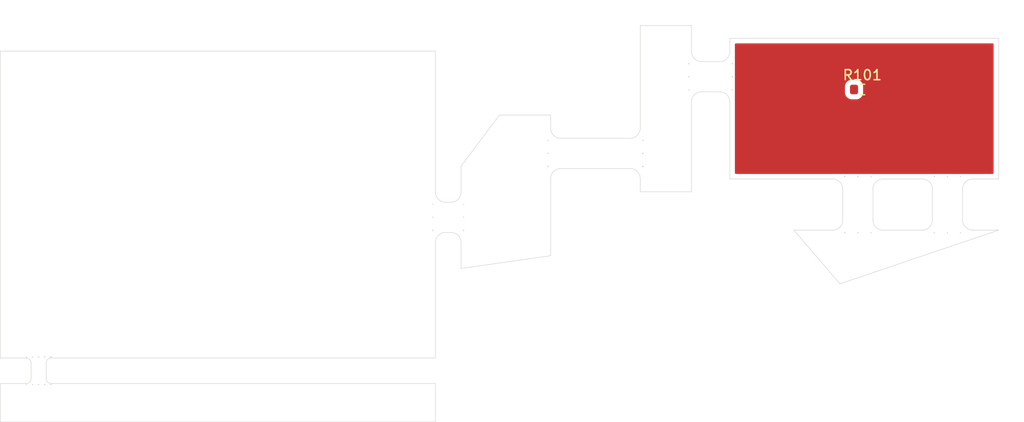
<source format=kicad_pcb>
(kicad_pcb (version 20221018) (generator pcbnew)
  (layers (0 "F.Cu" signal) (1 "In1.Cu" signal) (2 "In2.Cu" signal) (31 "B.Cu" signal) (34 "B.Paste" user) (35 "F.Paste" user) (36 "B.SilkS" user "B.Silkscreen") (37 "F.SilkS" user "F.Silkscreen") (38 "B.Mask" user) (39 "F.Mask" user) (44 "Edge.Cuts" user))
  (net 0 "")
  (net 2 "GND")
  (footprint "Resistor_SMD:R_0603_1608Metric" (layer "F.Cu") (at 165.291 74.168)
    (fp_text reference "R101" (at 0 -1.43) (layer "F.SilkS"))
    (fp_text value "R_US")
    (fp_line (start -0.237258 -0.5225) (end 0.237258 -0.5225) (stroke (width 0.12)) (layer "F.SilkS"))
    (fp_line (start -0.237258 0.5225) (end 0.237258 0.5225) (stroke (width 0.12)) (layer "F.SilkS"))
    (pad "1" smd roundrect (at -0.825 0) (size 0.8 0.95) (layers "F.Cu" "F.Paste" "F.Mask"))
    (pad "2" smd roundrect (at 0.825 0) (size 0.8 0.95) (layers "F.Cu" "F.Paste" "F.Mask") (net 2 "GND"))
  )
  (gr_line (start 123.936 85.368) (end 124.476 85.368) (stroke (width 0.05)) (layer "Edge.Cuts"))
  (gr_arc (start 123.936 85.368) (mid 123.228893 85.075107) (end 122.936 84.368) (stroke (width 0.05)) (layer "Edge.Cuts"))
  (gr_line (start 172.236 84.058) (end 172.236 87.138) (stroke (width 0.05)) (layer "Edge.Cuts"))
  (gr_line (start 158.496 88.138) (end 163.068 93.472) (stroke (width 0.05)) (layer "Edge.Cuts"))
  (gr_line (start 152.146 70.398) (end 152.146 69.088) (stroke (width 0.05)) (layer "Edge.Cuts"))
  (gr_line (start 148.336 84.328) (end 143.256 84.328) (stroke (width 0.05)) (layer "Edge.Cuts"))
  (gr_arc (start 162.346 83.058) (mid 163.053107 83.350893) (end 163.346 84.058) (stroke (width 0.05)) (layer "Edge.Cuts"))
  (gr_line (start 176.236 88.138) (end 178.816 88.138) (stroke (width 0.05)) (layer "Edge.Cuts"))
  (gr_line (start 134.366 78.018) (end 134.366 76.708) (stroke (width 0.05)) (layer "Edge.Cuts"))
  (gr_arc (start 134.366 83.018) (mid 134.658893 82.310893) (end 135.366 82.018) (stroke (width 0.05)) (layer "Edge.Cuts"))
  (gr_line (start 82.816 101.338) (end 82.816 102.878) (stroke (width 0.05)) (layer "Edge.Cuts"))
  (gr_arc (start 149.336 71.398) (mid 148.628893 71.105107) (end 148.336 70.398) (stroke (width 0.05)) (layer "Edge.Cuts"))
  (gr_arc (start 84.316 101.338) (mid 84.462447 100.984447) (end 84.816 100.838) (stroke (width 0.05)) (layer "Edge.Cuts"))
  (gr_line (start 135.366 79.018) (end 142.256 79.018) (stroke (width 0.05)) (layer "Edge.Cuts"))
  (gr_line (start 123.936 88.368) (end 124.476 88.368) (stroke (width 0.05)) (layer "Edge.Cuts"))
  (gr_arc (start 148.336 75.398) (mid 148.628893 74.690893) (end 149.336 74.398) (stroke (width 0.05)) (layer "Edge.Cuts"))
  (gr_line (start 79.756 100.838) (end 79.756 70.358) (stroke (width 0.05)) (layer "Edge.Cuts"))
  (gr_line (start 178.816 88.138) (end 163.068 93.472) (stroke (width 0.05)) (layer "Edge.Cuts"))
  (gr_line (start 125.476 84.368) (end 125.476 81.788) (stroke (width 0.05)) (layer "Edge.Cuts"))
  (gr_line (start 167.346 83.058) (end 171.236 83.058) (stroke (width 0.05)) (layer "Edge.Cuts"))
  (gr_line (start 122.936 107.188) (end 79.756 107.188) (stroke (width 0.05)) (layer "Edge.Cuts"))
  (gr_line (start 125.476 91.948) (end 134.366 90.678) (stroke (width 0.05)) (layer "Edge.Cuts"))
  (gr_arc (start 82.816 102.878) (mid 82.669553 103.231553) (end 82.316 103.378) (stroke (width 0.05)) (layer "Edge.Cuts"))
  (gr_line (start 178.816 69.088) (end 178.816 83.058) (stroke (width 0.05)) (layer "Edge.Cuts"))
  (gr_line (start 149.336 71.398) (end 151.146 71.398) (stroke (width 0.05)) (layer "Edge.Cuts"))
  (gr_arc (start 152.146 70.398) (mid 151.853107 71.105107) (end 151.146 71.398) (stroke (width 0.05)) (layer "Edge.Cuts"))
  (gr_arc (start 84.816 103.378) (mid 84.462447 103.231553) (end 84.316 102.878) (stroke (width 0.05)) (layer "Edge.Cuts"))
  (gr_line (start 122.936 84.368) (end 122.936 70.358) (stroke (width 0.05)) (layer "Edge.Cuts"))
  (gr_arc (start 172.236 87.138) (mid 171.943107 87.845107) (end 171.236 88.138) (stroke (width 0.05)) (layer "Edge.Cuts"))
  (gr_line (start 84.816 103.378) (end 122.936 103.378) (stroke (width 0.05)) (layer "Edge.Cuts"))
  (gr_line (start 152.146 69.088) (end 178.816 69.088) (stroke (width 0.05)) (layer "Edge.Cuts"))
  (gr_line (start 84.316 101.338) (end 84.316 102.878) (stroke (width 0.05)) (layer "Edge.Cuts"))
  (gr_line (start 135.366 82.018) (end 142.256 82.018) (stroke (width 0.05)) (layer "Edge.Cuts"))
  (gr_line (start 148.336 75.398) (end 148.336 84.328) (stroke (width 0.05)) (layer "Edge.Cuts"))
  (gr_line (start 175.236 84.058) (end 175.236 87.138) (stroke (width 0.05)) (layer "Edge.Cuts"))
  (gr_arc (start 175.236 84.058) (mid 175.528893 83.350893) (end 176.236 83.058) (stroke (width 0.05)) (layer "Edge.Cuts"))
  (gr_arc (start 167.346 88.138) (mid 166.638893 87.845107) (end 166.346 87.138) (stroke (width 0.05)) (layer "Edge.Cuts"))
  (gr_line (start 134.366 83.018) (end 134.366 90.678) (stroke (width 0.05)) (layer "Edge.Cuts"))
  (gr_line (start 176.236 83.058) (end 178.816 83.058) (stroke (width 0.05)) (layer "Edge.Cuts"))
  (gr_arc (start 122.936 89.368) (mid 123.228893 88.660893) (end 123.936 88.368) (stroke (width 0.05)) (layer "Edge.Cuts"))
  (gr_line (start 167.346 88.138) (end 171.236 88.138) (stroke (width 0.05)) (layer "Edge.Cuts"))
  (gr_line (start 122.936 89.368) (end 122.936 100.838) (stroke (width 0.05)) (layer "Edge.Cuts"))
  (gr_arc (start 135.366 79.018) (mid 134.658893 78.725107) (end 134.366 78.018) (stroke (width 0.05)) (layer "Edge.Cuts"))
  (gr_line (start 152.146 75.398) (end 152.146 83.058) (stroke (width 0.05)) (layer "Edge.Cuts"))
  (gr_line (start 122.936 103.378) (end 122.936 107.188) (stroke (width 0.05)) (layer "Edge.Cuts"))
  (gr_line (start 163.346 84.058) (end 163.346 87.138) (stroke (width 0.05)) (layer "Edge.Cuts"))
  (gr_arc (start 176.236 88.138) (mid 175.528893 87.845107) (end 175.236 87.138) (stroke (width 0.05)) (layer "Edge.Cuts"))
  (gr_line (start 125.476 89.368) (end 125.476 91.948) (stroke (width 0.05)) (layer "Edge.Cuts"))
  (gr_line (start 82.316 100.838) (end 79.756 100.838) (stroke (width 0.05)) (layer "Edge.Cuts"))
  (gr_line (start 149.336 74.398) (end 151.146 74.398) (stroke (width 0.05)) (layer "Edge.Cuts"))
  (gr_line (start 162.346 83.058) (end 152.146 83.058) (stroke (width 0.05)) (layer "Edge.Cuts"))
  (gr_line (start 134.366 76.708) (end 129.286 76.708) (stroke (width 0.05)) (layer "Edge.Cuts"))
  (gr_line (start 79.756 107.188) (end 79.756 103.378) (stroke (width 0.05)) (layer "Edge.Cuts"))
  (gr_line (start 143.256 83.018) (end 143.256 84.328) (stroke (width 0.05)) (layer "Edge.Cuts"))
  (gr_arc (start 82.316 100.838) (mid 82.669553 100.984447) (end 82.816 101.338) (stroke (width 0.05)) (layer "Edge.Cuts"))
  (gr_arc (start 124.476 88.368) (mid 125.183107 88.660893) (end 125.476 89.368) (stroke (width 0.05)) (layer "Edge.Cuts"))
  (gr_arc (start 166.346 84.058) (mid 166.638893 83.350893) (end 167.346 83.058) (stroke (width 0.05)) (layer "Edge.Cuts"))
  (gr_line (start 148.336 70.398) (end 148.336 67.818) (stroke (width 0.05)) (layer "Edge.Cuts"))
  (gr_arc (start 143.256 78.018) (mid 142.963107 78.725107) (end 142.256 79.018) (stroke (width 0.05)) (layer "Edge.Cuts"))
  (gr_arc (start 171.236 83.058) (mid 171.943107 83.350893) (end 172.236 84.058) (stroke (width 0.05)) (layer "Edge.Cuts"))
  (gr_line (start 143.256 67.818) (end 148.336 67.818) (stroke (width 0.05)) (layer "Edge.Cuts"))
  (gr_line (start 129.286 76.708) (end 125.476 81.788) (stroke (width 0.05)) (layer "Edge.Cuts"))
  (gr_arc (start 142.256 82.018) (mid 142.963107 82.310893) (end 143.256 83.018) (stroke (width 0.05)) (layer "Edge.Cuts"))
  (gr_arc (start 151.146 74.398) (mid 151.853107 74.690893) (end 152.146 75.398) (stroke (width 0.05)) (layer "Edge.Cuts"))
  (gr_line (start 162.346 88.138) (end 158.496 88.138) (stroke (width 0.05)) (layer "Edge.Cuts"))
  (gr_line (start 143.256 78.018) (end 143.256 67.818) (stroke (width 0.05)) (layer "Edge.Cuts"))
  (gr_line (start 79.756 70.358) (end 122.936 70.358) (stroke (width 0.05)) (layer "Edge.Cuts"))
  (gr_arc (start 163.346 87.138) (mid 163.053107 87.845107) (end 162.346 88.138) (stroke (width 0.05)) (layer "Edge.Cuts"))
  (gr_line (start 84.816 100.838) (end 122.936 100.838) (stroke (width 0.05)) (layer "Edge.Cuts"))
  (gr_arc (start 125.476 84.368) (mid 125.183107 85.075107) (end 124.476 85.368) (stroke (width 0.05)) (layer "Edge.Cuts"))
  (gr_line (start 166.346 84.058) (end 166.346 87.138) (stroke (width 0.05)) (layer "Edge.Cuts"))
  (gr_line (start 82.316 103.378) (end 79.756 103.378) (stroke (width 0.05)) (layer "Edge.Cuts"))
  (via (at 173.736 82.808) (size 0.1) (drill 0.8) (layers "F.Cu" "B.Cu") (net 0))
  (via (at 163.546 88.388) (size 0.1) (drill 0.8) (layers "F.Cu" "B.Cu") (net 0))
  (via (at 172.435999 88.388) (size 0.1) (drill 0.8) (layers "F.Cu" "B.Cu") (net 0))
  (via (at 163.546 82.808) (size 0.1) (drill 0.8) (layers "F.Cu" "B.Cu") (net 0))
  (via (at 173.736 88.388) (size 0.1) (drill 0.8) (layers "F.Cu" "B.Cu") (net 0))
  (via (at 125.726 85.568) (size 0.1) (drill 0.8) (layers "F.Cu" "B.Cu") (net 0))
  (via (at 143.506 80.518) (size 0.1) (drill 0.8) (layers "F.Cu" "B.Cu") (net 0))
  (via (at 83.566 103.478) (size 0.1) (drill 0.4) (layers "F.Cu" "B.Cu") (net 0))
  (via (at 82.966 100.738) (size 0.1) (drill 0.4) (layers "F.Cu" "B.Cu") (net 0))
  (via (at 122.686 86.868) (size 0.1) (drill 0.8) (layers "F.Cu" "B.Cu") (net 0))
  (via (at 166.146 82.808) (size 0.1) (drill 0.8) (layers "F.Cu" "B.Cu") (net 0))
  (via (at 83.566 100.738) (size 0.1) (drill 0.4) (layers "F.Cu" "B.Cu") (net 0))
  (via (at 148.086 71.598) (size 0.1) (drill 0.8) (layers "F.Cu" "B.Cu") (net 0))
  (via (at 134.116 80.518) (size 0.1) (drill 0.8) (layers "F.Cu" "B.Cu") (net 0))
  (via (at 84.766 100.738) (size 0.1) (drill 0.4) (layers "F.Cu" "B.Cu") (net 0))
  (via (at 172.435999 82.808) (size 0.1) (drill 0.8) (layers "F.Cu" "B.Cu") (net 0))
  (via (at 84.166 100.738) (size 0.1) (drill 0.4) (layers "F.Cu" "B.Cu") (net 0))
  (via (at 152.396 72.898) (size 0.1) (drill 0.8) (layers "F.Cu" "B.Cu") (net 0))
  (via (at 125.726 86.868) (size 0.1) (drill 0.8) (layers "F.Cu" "B.Cu") (net 0))
  (via (at 164.846 88.388) (size 0.1) (drill 0.8) (layers "F.Cu" "B.Cu") (net 0))
  (via (at 82.966 103.478) (size 0.1) (drill 0.4) (layers "F.Cu" "B.Cu") (net 0))
  (via (at 148.086 72.898) (size 0.1) (drill 0.8) (layers "F.Cu" "B.Cu") (net 0))
  (via (at 148.086 74.198) (size 0.1) (drill 0.8) (layers "F.Cu" "B.Cu") (net 0))
  (via (at 164.846 82.808) (size 0.1) (drill 0.8) (layers "F.Cu" "B.Cu") (net 0))
  (via (at 134.116 79.218) (size 0.1) (drill 0.8) (layers "F.Cu" "B.Cu") (net 0))
  (via (at 175.036 82.808) (size 0.1) (drill 0.8) (layers "F.Cu" "B.Cu") (net 0))
  (via (at 143.506 79.218) (size 0.1) (drill 0.8) (layers "F.Cu" "B.Cu") (net 0))
  (via (at 166.146 88.388) (size 0.1) (drill 0.8) (layers "F.Cu" "B.Cu") (net 0))
  (via (at 122.686 88.167999) (size 0.1) (drill 0.8) (layers "F.Cu" "B.Cu") (net 0))
  (via (at 82.366 100.738) (size 0.1) (drill 0.4) (layers "F.Cu" "B.Cu") (net 0))
  (via (at 134.116 81.818) (size 0.1) (drill 0.8) (layers "F.Cu" "B.Cu") (net 0))
  (via (at 152.396 71.598) (size 0.1) (drill 0.8) (layers "F.Cu" "B.Cu") (net 0))
  (via (at 84.766 103.478) (size 0.1) (drill 0.4) (layers "F.Cu" "B.Cu") (net 0))
  (via (at 143.506 81.818) (size 0.1) (drill 0.8) (layers "F.Cu" "B.Cu") (net 0))
  (via (at 152.396 74.198) (size 0.1) (drill 0.8) (layers "F.Cu" "B.Cu") (net 0))
  (via (at 82.366 103.478) (size 0.1) (drill 0.4) (layers "F.Cu" "B.Cu") (net 0))
  (via (at 122.686 85.568) (size 0.1) (drill 0.8) (layers "F.Cu" "B.Cu") (net 0))
  (via (at 84.166 103.478) (size 0.1) (drill 0.4) (layers "F.Cu" "B.Cu") (net 0))
  (via (at 175.036 88.388) (size 0.1) (drill 0.8) (layers "F.Cu" "B.Cu") (net 0))
  (via (at 125.726 88.167999) (size 0.1) (drill 0.8) (layers "F.Cu" "B.Cu") (net 0))
  (zone (net 2) (net_name "GND") (layer "F.Cu") (connect_pads thru_hole_only (clearance 0.5)) (min_thickness 0.2) (fill yes (thermal_gap 0.5) (thermal_bridge_width 0.5))
    (polygon (pts (xy 150.876 65.278) (xy 150.876 94.488) (xy 181.356 94.488) (xy 181.356 65.278)))
  )
)
</source>
